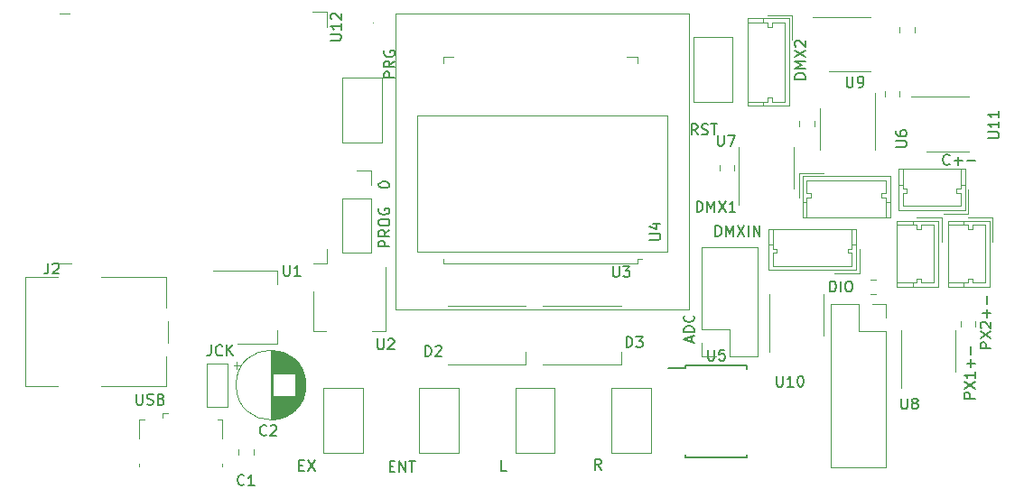
<source format=gbr>
G04 #@! TF.GenerationSoftware,KiCad,Pcbnew,(5.1.4-0-10_14)*
G04 #@! TF.CreationDate,2020-03-14T09:23:35+01:00*
G04 #@! TF.ProjectId,ArtnetNode,4172746e-6574-44e6-9f64-652e6b696361,rev?*
G04 #@! TF.SameCoordinates,Original*
G04 #@! TF.FileFunction,Legend,Top*
G04 #@! TF.FilePolarity,Positive*
%FSLAX46Y46*%
G04 Gerber Fmt 4.6, Leading zero omitted, Abs format (unit mm)*
G04 Created by KiCad (PCBNEW (5.1.4-0-10_14)) date 2020-03-14 09:23:35*
%MOMM*%
%LPD*%
G04 APERTURE LIST*
%ADD10C,0.120000*%
%ADD11C,0.150000*%
%ADD12C,0.100000*%
G04 APERTURE END LIST*
D10*
X227600000Y-105810000D02*
X225740000Y-105810000D01*
X227600000Y-105410000D02*
X227600000Y-105810000D01*
X228000000Y-105410000D02*
X227600000Y-105410000D01*
X228000000Y-105810000D02*
X228000000Y-105410000D01*
X229210000Y-105810000D02*
X228000000Y-105810000D01*
X229210000Y-103100000D02*
X229210000Y-105810000D01*
X227600000Y-100390000D02*
X225740000Y-100390000D01*
X227600000Y-100790000D02*
X227600000Y-100390000D01*
X228000000Y-100790000D02*
X227600000Y-100790000D01*
X228000000Y-100390000D02*
X228000000Y-100790000D01*
X229210000Y-100390000D02*
X228000000Y-100390000D01*
X229210000Y-103100000D02*
X229210000Y-100390000D01*
X227200000Y-106210000D02*
X227200000Y-105810000D01*
X227200000Y-99990000D02*
X227200000Y-100390000D01*
X229910000Y-99690000D02*
X227610000Y-99690000D01*
X229910000Y-101990000D02*
X229910000Y-99690000D01*
X229610000Y-106210000D02*
X229610000Y-99990000D01*
X225740000Y-106210000D02*
X229610000Y-106210000D01*
X225740000Y-99990000D02*
X225740000Y-106210000D01*
X229610000Y-99990000D02*
X225740000Y-99990000D01*
X221490000Y-97000000D02*
X221490000Y-95140000D01*
X221890000Y-97000000D02*
X221490000Y-97000000D01*
X221890000Y-97400000D02*
X221890000Y-97000000D01*
X221490000Y-97400000D02*
X221890000Y-97400000D01*
X221490000Y-98610000D02*
X221490000Y-97400000D01*
X224200000Y-98610000D02*
X221490000Y-98610000D01*
X226910000Y-97000000D02*
X226910000Y-95140000D01*
X226510000Y-97000000D02*
X226910000Y-97000000D01*
X226510000Y-97400000D02*
X226510000Y-97000000D01*
X226910000Y-97400000D02*
X226510000Y-97400000D01*
X226910000Y-98610000D02*
X226910000Y-97400000D01*
X224200000Y-98610000D02*
X226910000Y-98610000D01*
X221090000Y-96600000D02*
X221490000Y-96600000D01*
X227310000Y-96600000D02*
X226910000Y-96600000D01*
X227610000Y-99310000D02*
X227610000Y-97010000D01*
X225310000Y-99310000D02*
X227610000Y-99310000D01*
X221090000Y-99010000D02*
X227310000Y-99010000D01*
X221090000Y-95140000D02*
X221090000Y-99010000D01*
X227310000Y-95140000D02*
X221090000Y-95140000D01*
X227310000Y-99010000D02*
X227310000Y-95140000D01*
X222800000Y-105810000D02*
X220940000Y-105810000D01*
X222800000Y-105410000D02*
X222800000Y-105810000D01*
X223200000Y-105410000D02*
X222800000Y-105410000D01*
X223200000Y-105810000D02*
X223200000Y-105410000D01*
X224410000Y-105810000D02*
X223200000Y-105810000D01*
X224410000Y-103100000D02*
X224410000Y-105810000D01*
X222800000Y-100390000D02*
X220940000Y-100390000D01*
X222800000Y-100790000D02*
X222800000Y-100390000D01*
X223200000Y-100790000D02*
X222800000Y-100790000D01*
X223200000Y-100390000D02*
X223200000Y-100790000D01*
X224410000Y-100390000D02*
X223200000Y-100390000D01*
X224410000Y-103100000D02*
X224410000Y-100390000D01*
X222400000Y-106210000D02*
X222400000Y-105810000D01*
X222400000Y-99990000D02*
X222400000Y-100390000D01*
X225110000Y-99690000D02*
X222810000Y-99690000D01*
X225110000Y-101990000D02*
X225110000Y-99690000D01*
X224810000Y-106210000D02*
X224810000Y-99990000D01*
X220940000Y-106210000D02*
X224810000Y-106210000D01*
X220940000Y-99990000D02*
X220940000Y-106210000D01*
X224810000Y-99990000D02*
X220940000Y-99990000D01*
X209290000Y-102600000D02*
X209290000Y-100740000D01*
X209690000Y-102600000D02*
X209290000Y-102600000D01*
X209690000Y-103000000D02*
X209690000Y-102600000D01*
X209290000Y-103000000D02*
X209690000Y-103000000D01*
X209290000Y-104210000D02*
X209290000Y-103000000D01*
X213000000Y-104210000D02*
X209290000Y-104210000D01*
X216710000Y-102600000D02*
X216710000Y-100740000D01*
X216310000Y-102600000D02*
X216710000Y-102600000D01*
X216310000Y-103000000D02*
X216310000Y-102600000D01*
X216710000Y-103000000D02*
X216310000Y-103000000D01*
X216710000Y-104210000D02*
X216710000Y-103000000D01*
X213000000Y-104210000D02*
X216710000Y-104210000D01*
X208890000Y-102200000D02*
X209290000Y-102200000D01*
X217110000Y-102200000D02*
X216710000Y-102200000D01*
X217410000Y-104910000D02*
X217410000Y-102610000D01*
X215110000Y-104910000D02*
X217410000Y-104910000D01*
X208890000Y-104610000D02*
X217110000Y-104610000D01*
X208890000Y-100740000D02*
X208890000Y-104610000D01*
X217110000Y-100740000D02*
X208890000Y-100740000D01*
X217110000Y-104610000D02*
X217110000Y-100740000D01*
X219910000Y-97800000D02*
X219910000Y-99660000D01*
X219510000Y-97800000D02*
X219910000Y-97800000D01*
X219510000Y-97400000D02*
X219510000Y-97800000D01*
X219910000Y-97400000D02*
X219510000Y-97400000D01*
X219910000Y-96190000D02*
X219910000Y-97400000D01*
X216200000Y-96190000D02*
X219910000Y-96190000D01*
X212490000Y-97800000D02*
X212490000Y-99660000D01*
X212890000Y-97800000D02*
X212490000Y-97800000D01*
X212890000Y-97400000D02*
X212890000Y-97800000D01*
X212490000Y-97400000D02*
X212890000Y-97400000D01*
X212490000Y-96190000D02*
X212490000Y-97400000D01*
X216200000Y-96190000D02*
X212490000Y-96190000D01*
X220310000Y-98200000D02*
X219910000Y-98200000D01*
X212090000Y-98200000D02*
X212490000Y-98200000D01*
X211790000Y-95490000D02*
X211790000Y-97790000D01*
X214090000Y-95490000D02*
X211790000Y-95490000D01*
X220310000Y-95790000D02*
X212090000Y-95790000D01*
X220310000Y-99660000D02*
X220310000Y-95790000D01*
X212090000Y-99660000D02*
X220310000Y-99660000D01*
X212090000Y-95790000D02*
X212090000Y-99660000D01*
X208800000Y-88810000D02*
X206940000Y-88810000D01*
X208800000Y-88410000D02*
X208800000Y-88810000D01*
X209200000Y-88410000D02*
X208800000Y-88410000D01*
X209200000Y-88810000D02*
X209200000Y-88410000D01*
X210410000Y-88810000D02*
X209200000Y-88810000D01*
X210410000Y-85100000D02*
X210410000Y-88810000D01*
X208800000Y-81390000D02*
X206940000Y-81390000D01*
X208800000Y-81790000D02*
X208800000Y-81390000D01*
X209200000Y-81790000D02*
X208800000Y-81790000D01*
X209200000Y-81390000D02*
X209200000Y-81790000D01*
X210410000Y-81390000D02*
X209200000Y-81390000D01*
X210410000Y-85100000D02*
X210410000Y-81390000D01*
X208400000Y-89210000D02*
X208400000Y-88810000D01*
X208400000Y-80990000D02*
X208400000Y-81390000D01*
X211110000Y-80690000D02*
X208810000Y-80690000D01*
X211110000Y-82990000D02*
X211110000Y-80690000D01*
X210810000Y-89210000D02*
X210810000Y-80990000D01*
X206940000Y-89210000D02*
X210810000Y-89210000D01*
X206940000Y-80990000D02*
X206940000Y-89210000D01*
X210810000Y-80990000D02*
X206940000Y-80990000D01*
X142400000Y-80500000D02*
X143400000Y-80500000D01*
X167500000Y-80400000D02*
X166100000Y-80400000D01*
X167500000Y-80400000D02*
X167500000Y-81800000D01*
X167500000Y-104000000D02*
X167500000Y-102600000D01*
X166200000Y-104000000D02*
X167500000Y-104000000D01*
X142400000Y-104000000D02*
X143500000Y-104000000D01*
X195070000Y-113450000D02*
X195070000Y-112300000D01*
X187770000Y-113450000D02*
X195070000Y-113450000D01*
X187770000Y-107950000D02*
X195070000Y-107950000D01*
X186100000Y-113450000D02*
X186100000Y-112300000D01*
X178800000Y-113450000D02*
X186100000Y-113450000D01*
X178800000Y-107950000D02*
X186100000Y-107950000D01*
X194150000Y-115640000D02*
X197850000Y-115640000D01*
X194150000Y-121760000D02*
X194150000Y-115640000D01*
X197850000Y-121760000D02*
X194150000Y-121760000D01*
X197850000Y-115640000D02*
X197850000Y-121760000D01*
X159064759Y-113246000D02*
X159064759Y-113876000D01*
X158749759Y-113561000D02*
X159379759Y-113561000D01*
X165491000Y-114998000D02*
X165491000Y-115802000D01*
X165451000Y-114767000D02*
X165451000Y-116033000D01*
X165411000Y-114598000D02*
X165411000Y-116202000D01*
X165371000Y-114460000D02*
X165371000Y-116340000D01*
X165331000Y-114341000D02*
X165331000Y-116459000D01*
X165291000Y-114235000D02*
X165291000Y-116565000D01*
X165251000Y-114138000D02*
X165251000Y-116662000D01*
X165211000Y-114050000D02*
X165211000Y-116750000D01*
X165171000Y-113968000D02*
X165171000Y-116832000D01*
X165131000Y-113891000D02*
X165131000Y-116909000D01*
X165091000Y-113819000D02*
X165091000Y-116981000D01*
X165051000Y-113750000D02*
X165051000Y-117050000D01*
X165011000Y-113686000D02*
X165011000Y-117114000D01*
X164971000Y-113624000D02*
X164971000Y-117176000D01*
X164931000Y-113566000D02*
X164931000Y-117234000D01*
X164891000Y-113510000D02*
X164891000Y-117290000D01*
X164851000Y-113456000D02*
X164851000Y-117344000D01*
X164811000Y-113405000D02*
X164811000Y-117395000D01*
X164771000Y-113356000D02*
X164771000Y-117444000D01*
X164731000Y-113308000D02*
X164731000Y-117492000D01*
X164691000Y-113263000D02*
X164691000Y-117537000D01*
X164651000Y-113218000D02*
X164651000Y-117582000D01*
X164611000Y-113176000D02*
X164611000Y-117624000D01*
X164571000Y-113135000D02*
X164571000Y-117665000D01*
X164531000Y-116440000D02*
X164531000Y-117705000D01*
X164531000Y-113095000D02*
X164531000Y-114360000D01*
X164491000Y-116440000D02*
X164491000Y-117743000D01*
X164491000Y-113057000D02*
X164491000Y-114360000D01*
X164451000Y-116440000D02*
X164451000Y-117780000D01*
X164451000Y-113020000D02*
X164451000Y-114360000D01*
X164411000Y-116440000D02*
X164411000Y-117816000D01*
X164411000Y-112984000D02*
X164411000Y-114360000D01*
X164371000Y-116440000D02*
X164371000Y-117850000D01*
X164371000Y-112950000D02*
X164371000Y-114360000D01*
X164331000Y-116440000D02*
X164331000Y-117884000D01*
X164331000Y-112916000D02*
X164331000Y-114360000D01*
X164291000Y-116440000D02*
X164291000Y-117916000D01*
X164291000Y-112884000D02*
X164291000Y-114360000D01*
X164251000Y-116440000D02*
X164251000Y-117948000D01*
X164251000Y-112852000D02*
X164251000Y-114360000D01*
X164211000Y-116440000D02*
X164211000Y-117978000D01*
X164211000Y-112822000D02*
X164211000Y-114360000D01*
X164171000Y-116440000D02*
X164171000Y-118007000D01*
X164171000Y-112793000D02*
X164171000Y-114360000D01*
X164131000Y-116440000D02*
X164131000Y-118036000D01*
X164131000Y-112764000D02*
X164131000Y-114360000D01*
X164091000Y-116440000D02*
X164091000Y-118064000D01*
X164091000Y-112736000D02*
X164091000Y-114360000D01*
X164051000Y-116440000D02*
X164051000Y-118090000D01*
X164051000Y-112710000D02*
X164051000Y-114360000D01*
X164011000Y-116440000D02*
X164011000Y-118116000D01*
X164011000Y-112684000D02*
X164011000Y-114360000D01*
X163971000Y-116440000D02*
X163971000Y-118142000D01*
X163971000Y-112658000D02*
X163971000Y-114360000D01*
X163931000Y-116440000D02*
X163931000Y-118166000D01*
X163931000Y-112634000D02*
X163931000Y-114360000D01*
X163891000Y-116440000D02*
X163891000Y-118190000D01*
X163891000Y-112610000D02*
X163891000Y-114360000D01*
X163851000Y-116440000D02*
X163851000Y-118212000D01*
X163851000Y-112588000D02*
X163851000Y-114360000D01*
X163811000Y-116440000D02*
X163811000Y-118234000D01*
X163811000Y-112566000D02*
X163811000Y-114360000D01*
X163771000Y-116440000D02*
X163771000Y-118256000D01*
X163771000Y-112544000D02*
X163771000Y-114360000D01*
X163731000Y-116440000D02*
X163731000Y-118276000D01*
X163731000Y-112524000D02*
X163731000Y-114360000D01*
X163691000Y-116440000D02*
X163691000Y-118296000D01*
X163691000Y-112504000D02*
X163691000Y-114360000D01*
X163651000Y-116440000D02*
X163651000Y-118316000D01*
X163651000Y-112484000D02*
X163651000Y-114360000D01*
X163611000Y-116440000D02*
X163611000Y-118334000D01*
X163611000Y-112466000D02*
X163611000Y-114360000D01*
X163571000Y-116440000D02*
X163571000Y-118352000D01*
X163571000Y-112448000D02*
X163571000Y-114360000D01*
X163531000Y-116440000D02*
X163531000Y-118370000D01*
X163531000Y-112430000D02*
X163531000Y-114360000D01*
X163491000Y-116440000D02*
X163491000Y-118386000D01*
X163491000Y-112414000D02*
X163491000Y-114360000D01*
X163451000Y-116440000D02*
X163451000Y-118402000D01*
X163451000Y-112398000D02*
X163451000Y-114360000D01*
X163411000Y-116440000D02*
X163411000Y-118418000D01*
X163411000Y-112382000D02*
X163411000Y-114360000D01*
X163371000Y-116440000D02*
X163371000Y-118433000D01*
X163371000Y-112367000D02*
X163371000Y-114360000D01*
X163331000Y-116440000D02*
X163331000Y-118447000D01*
X163331000Y-112353000D02*
X163331000Y-114360000D01*
X163291000Y-116440000D02*
X163291000Y-118461000D01*
X163291000Y-112339000D02*
X163291000Y-114360000D01*
X163251000Y-116440000D02*
X163251000Y-118474000D01*
X163251000Y-112326000D02*
X163251000Y-114360000D01*
X163211000Y-116440000D02*
X163211000Y-118486000D01*
X163211000Y-112314000D02*
X163211000Y-114360000D01*
X163171000Y-116440000D02*
X163171000Y-118498000D01*
X163171000Y-112302000D02*
X163171000Y-114360000D01*
X163131000Y-116440000D02*
X163131000Y-118510000D01*
X163131000Y-112290000D02*
X163131000Y-114360000D01*
X163091000Y-116440000D02*
X163091000Y-118521000D01*
X163091000Y-112279000D02*
X163091000Y-114360000D01*
X163051000Y-116440000D02*
X163051000Y-118531000D01*
X163051000Y-112269000D02*
X163051000Y-114360000D01*
X163011000Y-116440000D02*
X163011000Y-118541000D01*
X163011000Y-112259000D02*
X163011000Y-114360000D01*
X162971000Y-116440000D02*
X162971000Y-118550000D01*
X162971000Y-112250000D02*
X162971000Y-114360000D01*
X162930000Y-116440000D02*
X162930000Y-118559000D01*
X162930000Y-112241000D02*
X162930000Y-114360000D01*
X162890000Y-116440000D02*
X162890000Y-118567000D01*
X162890000Y-112233000D02*
X162890000Y-114360000D01*
X162850000Y-116440000D02*
X162850000Y-118575000D01*
X162850000Y-112225000D02*
X162850000Y-114360000D01*
X162810000Y-116440000D02*
X162810000Y-118582000D01*
X162810000Y-112218000D02*
X162810000Y-114360000D01*
X162770000Y-116440000D02*
X162770000Y-118589000D01*
X162770000Y-112211000D02*
X162770000Y-114360000D01*
X162730000Y-116440000D02*
X162730000Y-118595000D01*
X162730000Y-112205000D02*
X162730000Y-114360000D01*
X162690000Y-116440000D02*
X162690000Y-118601000D01*
X162690000Y-112199000D02*
X162690000Y-114360000D01*
X162650000Y-116440000D02*
X162650000Y-118606000D01*
X162650000Y-112194000D02*
X162650000Y-114360000D01*
X162610000Y-116440000D02*
X162610000Y-118611000D01*
X162610000Y-112189000D02*
X162610000Y-114360000D01*
X162570000Y-116440000D02*
X162570000Y-118615000D01*
X162570000Y-112185000D02*
X162570000Y-114360000D01*
X162530000Y-116440000D02*
X162530000Y-118618000D01*
X162530000Y-112182000D02*
X162530000Y-114360000D01*
X162490000Y-116440000D02*
X162490000Y-118622000D01*
X162490000Y-112178000D02*
X162490000Y-114360000D01*
X162450000Y-112176000D02*
X162450000Y-118624000D01*
X162410000Y-112173000D02*
X162410000Y-118627000D01*
X162370000Y-112172000D02*
X162370000Y-118628000D01*
X162330000Y-112170000D02*
X162330000Y-118630000D01*
X162290000Y-112170000D02*
X162290000Y-118630000D01*
X162250000Y-112170000D02*
X162250000Y-118630000D01*
X165520000Y-115400000D02*
G75*
G03X165520000Y-115400000I-3270000J0D01*
G01*
X218600000Y-107770000D02*
X219930000Y-107770000D01*
X219930000Y-107770000D02*
X219930000Y-109100000D01*
X217330000Y-107770000D02*
X217330000Y-110370000D01*
X217330000Y-110370000D02*
X219930000Y-110370000D01*
X219930000Y-110370000D02*
X219930000Y-123130000D01*
X214730000Y-123130000D02*
X219930000Y-123130000D01*
X214730000Y-107770000D02*
X214730000Y-123130000D01*
X214730000Y-107770000D02*
X217330000Y-107770000D01*
X204000000Y-112750000D02*
X202670000Y-112750000D01*
X202670000Y-112750000D02*
X202670000Y-111420000D01*
X205270000Y-112750000D02*
X205270000Y-110150000D01*
X205270000Y-110150000D02*
X202670000Y-110150000D01*
X202670000Y-110150000D02*
X202670000Y-102470000D01*
X207870000Y-102470000D02*
X202670000Y-102470000D01*
X207870000Y-112750000D02*
X207870000Y-102470000D01*
X207870000Y-112750000D02*
X205270000Y-112750000D01*
X158200000Y-113350000D02*
X158200000Y-117450000D01*
X158200000Y-117450000D02*
X156200000Y-117450000D01*
X156200000Y-117450000D02*
X156200000Y-113350000D01*
X156200000Y-113350000D02*
X158200000Y-113350000D01*
X170300000Y-95270000D02*
X171630000Y-95270000D01*
X171630000Y-95270000D02*
X171630000Y-96600000D01*
X171630000Y-97870000D02*
X171630000Y-103010000D01*
X168970000Y-103010000D02*
X171630000Y-103010000D01*
X168970000Y-97870000D02*
X168970000Y-103010000D01*
X168970000Y-97870000D02*
X171630000Y-97870000D01*
X225700000Y-88340000D02*
X222250000Y-88340000D01*
X225700000Y-88340000D02*
X227650000Y-88340000D01*
X225700000Y-93460000D02*
X223750000Y-93460000D01*
X225700000Y-93460000D02*
X227650000Y-93460000D01*
X208940000Y-108800000D02*
X208940000Y-112250000D01*
X208940000Y-108800000D02*
X208940000Y-106850000D01*
X214060000Y-108800000D02*
X214060000Y-110750000D01*
X214060000Y-108800000D02*
X214060000Y-106850000D01*
X216500000Y-80840000D02*
X213050000Y-80840000D01*
X216500000Y-80840000D02*
X218450000Y-80840000D01*
X216500000Y-85960000D02*
X214550000Y-85960000D01*
X216500000Y-85960000D02*
X218450000Y-85960000D01*
X221340000Y-112200000D02*
X221340000Y-115650000D01*
X221340000Y-112200000D02*
X221340000Y-110250000D01*
X226460000Y-112200000D02*
X226460000Y-114150000D01*
X226460000Y-112200000D02*
X226460000Y-110250000D01*
X206140000Y-95020000D02*
X206140000Y-98470000D01*
X206140000Y-95020000D02*
X206140000Y-93070000D01*
X211260000Y-95020000D02*
X211260000Y-96970000D01*
X211260000Y-95020000D02*
X211260000Y-93070000D01*
X218860000Y-91400000D02*
X218860000Y-87950000D01*
X218860000Y-91400000D02*
X218860000Y-93350000D01*
X213740000Y-91400000D02*
X213740000Y-89450000D01*
X213740000Y-91400000D02*
X213740000Y-93350000D01*
D11*
X201125000Y-113800000D02*
X199525000Y-113800000D01*
X201125000Y-122225000D02*
X206875000Y-122225000D01*
X201125000Y-113575000D02*
X206875000Y-113575000D01*
X201125000Y-122225000D02*
X201125000Y-121925000D01*
X206875000Y-122225000D02*
X206875000Y-121925000D01*
X206875000Y-113575000D02*
X206875000Y-113875000D01*
X201125000Y-113575000D02*
X201125000Y-113800000D01*
D10*
X173950000Y-80500000D02*
X173950000Y-108300000D01*
X201450000Y-108300000D02*
X201450000Y-80500000D01*
X201450000Y-80500000D02*
X173950000Y-80500000D01*
X201450000Y-108300000D02*
X173950000Y-108300000D01*
X175950000Y-90066000D02*
X175950000Y-102930000D01*
X199450000Y-90066000D02*
X175950000Y-90066000D01*
X199450000Y-102930000D02*
X199450000Y-90066000D01*
X199450000Y-102930000D02*
X175950000Y-102930000D01*
X196620000Y-103600000D02*
X197000000Y-103600000D01*
X196620000Y-104020000D02*
X196620000Y-103600000D01*
X178380000Y-104020000D02*
X178380000Y-103600000D01*
X196620000Y-104020000D02*
X178380000Y-104020000D01*
X178380000Y-84580000D02*
X179380000Y-84580000D01*
X178380000Y-85200000D02*
X178380000Y-84580000D01*
X196620000Y-84580000D02*
X195620000Y-84580000D01*
X196620000Y-85200000D02*
X196620000Y-84580000D01*
X173010000Y-104350000D02*
X173010000Y-110360000D01*
X166190000Y-106600000D02*
X166190000Y-110360000D01*
X173010000Y-110360000D02*
X171750000Y-110360000D01*
X166190000Y-110360000D02*
X167450000Y-110360000D01*
X156850000Y-104690000D02*
X162860000Y-104690000D01*
X159100000Y-111510000D02*
X162860000Y-111510000D01*
X162860000Y-104690000D02*
X162860000Y-105950000D01*
X162860000Y-111510000D02*
X162860000Y-110250000D01*
X176150000Y-115640000D02*
X179850000Y-115640000D01*
X176150000Y-121760000D02*
X176150000Y-115640000D01*
X179850000Y-121760000D02*
X176150000Y-121760000D01*
X179850000Y-115640000D02*
X179850000Y-121760000D01*
X185150000Y-115640000D02*
X188850000Y-115640000D01*
X185150000Y-121760000D02*
X185150000Y-115640000D01*
X188850000Y-121760000D02*
X185150000Y-121760000D01*
X188850000Y-115640000D02*
X188850000Y-121760000D01*
X167150000Y-115640000D02*
X170850000Y-115640000D01*
X167150000Y-121760000D02*
X167150000Y-115640000D01*
X170850000Y-121760000D02*
X167150000Y-121760000D01*
X170850000Y-115640000D02*
X170850000Y-121760000D01*
X168950000Y-86540000D02*
X172650000Y-86540000D01*
X168950000Y-92660000D02*
X168950000Y-86540000D01*
X172650000Y-92660000D02*
X168950000Y-92660000D01*
X172650000Y-86540000D02*
X172650000Y-92660000D01*
X201850000Y-82740000D02*
X205550000Y-82740000D01*
X201850000Y-88860000D02*
X201850000Y-82740000D01*
X205550000Y-88860000D02*
X201850000Y-88860000D01*
X205550000Y-82740000D02*
X205550000Y-88860000D01*
X152600000Y-109400000D02*
X152600000Y-111400000D01*
X139190000Y-105290000D02*
X142250000Y-105290000D01*
X139190000Y-115510000D02*
X139190000Y-105290000D01*
X142250000Y-115510000D02*
X139190000Y-115510000D01*
X152410000Y-115510000D02*
X146350000Y-115510000D01*
X152410000Y-112700000D02*
X152410000Y-115510000D01*
X152410000Y-105290000D02*
X152410000Y-108100000D01*
X146350000Y-105290000D02*
X152410000Y-105290000D01*
X152100000Y-118050000D02*
X152100000Y-118500000D01*
X152100000Y-118050000D02*
X152550000Y-118050000D01*
X157700000Y-118600000D02*
X157250000Y-118600000D01*
X157700000Y-120450000D02*
X157700000Y-118600000D01*
X149900000Y-123000000D02*
X149900000Y-122750000D01*
X157700000Y-123000000D02*
X157700000Y-122750000D01*
X149900000Y-120450000D02*
X149900000Y-118600000D01*
X149900000Y-118600000D02*
X150350000Y-118600000D01*
D12*
X171910000Y-81400000D02*
G75*
G03X171910000Y-81400000I-50000J0D01*
G01*
D10*
X221210000Y-88321078D02*
X221210000Y-87803922D01*
X219790000Y-88321078D02*
X219790000Y-87803922D01*
X221190000Y-81841422D02*
X221190000Y-82358578D01*
X222610000Y-81841422D02*
X222610000Y-82358578D01*
X228310000Y-109958578D02*
X228310000Y-109441422D01*
X226890000Y-109958578D02*
X226890000Y-109441422D01*
X218441422Y-106910000D02*
X218958578Y-106910000D01*
X218441422Y-105490000D02*
X218958578Y-105490000D01*
X204290000Y-94778922D02*
X204290000Y-95296078D01*
X205710000Y-94778922D02*
X205710000Y-95296078D01*
X213210000Y-91158578D02*
X213210000Y-90641422D01*
X211790000Y-91158578D02*
X211790000Y-90641422D01*
X159190000Y-121441422D02*
X159190000Y-121958578D01*
X160610000Y-121441422D02*
X160610000Y-121958578D01*
D11*
X229752380Y-111952380D02*
X228752380Y-111952380D01*
X228752380Y-111571428D01*
X228800000Y-111476190D01*
X228847619Y-111428571D01*
X228942857Y-111380952D01*
X229085714Y-111380952D01*
X229180952Y-111428571D01*
X229228571Y-111476190D01*
X229276190Y-111571428D01*
X229276190Y-111952380D01*
X228752380Y-111047619D02*
X229752380Y-110380952D01*
X228752380Y-110380952D02*
X229752380Y-111047619D01*
X228847619Y-110047619D02*
X228800000Y-110000000D01*
X228752380Y-109904761D01*
X228752380Y-109666666D01*
X228800000Y-109571428D01*
X228847619Y-109523809D01*
X228942857Y-109476190D01*
X229038095Y-109476190D01*
X229180952Y-109523809D01*
X229752380Y-110095238D01*
X229752380Y-109476190D01*
X229371428Y-109047619D02*
X229371428Y-108285714D01*
X229752380Y-108666666D02*
X228990476Y-108666666D01*
X229371428Y-107809523D02*
X229371428Y-107047619D01*
X225871428Y-94657142D02*
X225823809Y-94704761D01*
X225680952Y-94752380D01*
X225585714Y-94752380D01*
X225442857Y-94704761D01*
X225347619Y-94609523D01*
X225300000Y-94514285D01*
X225252380Y-94323809D01*
X225252380Y-94180952D01*
X225300000Y-93990476D01*
X225347619Y-93895238D01*
X225442857Y-93800000D01*
X225585714Y-93752380D01*
X225680952Y-93752380D01*
X225823809Y-93800000D01*
X225871428Y-93847619D01*
X226300000Y-94371428D02*
X227061904Y-94371428D01*
X226680952Y-94752380D02*
X226680952Y-93990476D01*
X227538095Y-94371428D02*
X228300000Y-94371428D01*
X228252380Y-116652380D02*
X227252380Y-116652380D01*
X227252380Y-116271428D01*
X227300000Y-116176190D01*
X227347619Y-116128571D01*
X227442857Y-116080952D01*
X227585714Y-116080952D01*
X227680952Y-116128571D01*
X227728571Y-116176190D01*
X227776190Y-116271428D01*
X227776190Y-116652380D01*
X227252380Y-115747619D02*
X228252380Y-115080952D01*
X227252380Y-115080952D02*
X228252380Y-115747619D01*
X228252380Y-114176190D02*
X228252380Y-114747619D01*
X228252380Y-114461904D02*
X227252380Y-114461904D01*
X227395238Y-114557142D01*
X227490476Y-114652380D01*
X227538095Y-114747619D01*
X227871428Y-113747619D02*
X227871428Y-112985714D01*
X228252380Y-113366666D02*
X227490476Y-113366666D01*
X227871428Y-112509523D02*
X227871428Y-111747619D01*
X203928571Y-101452380D02*
X203928571Y-100452380D01*
X204166666Y-100452380D01*
X204309523Y-100500000D01*
X204404761Y-100595238D01*
X204452380Y-100690476D01*
X204500000Y-100880952D01*
X204500000Y-101023809D01*
X204452380Y-101214285D01*
X204404761Y-101309523D01*
X204309523Y-101404761D01*
X204166666Y-101452380D01*
X203928571Y-101452380D01*
X204928571Y-101452380D02*
X204928571Y-100452380D01*
X205261904Y-101166666D01*
X205595238Y-100452380D01*
X205595238Y-101452380D01*
X205976190Y-100452380D02*
X206642857Y-101452380D01*
X206642857Y-100452380D02*
X205976190Y-101452380D01*
X207023809Y-101452380D02*
X207023809Y-100452380D01*
X207500000Y-101452380D02*
X207500000Y-100452380D01*
X208071428Y-101452380D01*
X208071428Y-100452380D01*
X202164285Y-99152380D02*
X202164285Y-98152380D01*
X202402380Y-98152380D01*
X202545238Y-98200000D01*
X202640476Y-98295238D01*
X202688095Y-98390476D01*
X202735714Y-98580952D01*
X202735714Y-98723809D01*
X202688095Y-98914285D01*
X202640476Y-99009523D01*
X202545238Y-99104761D01*
X202402380Y-99152380D01*
X202164285Y-99152380D01*
X203164285Y-99152380D02*
X203164285Y-98152380D01*
X203497619Y-98866666D01*
X203830952Y-98152380D01*
X203830952Y-99152380D01*
X204211904Y-98152380D02*
X204878571Y-99152380D01*
X204878571Y-98152380D02*
X204211904Y-99152380D01*
X205783333Y-99152380D02*
X205211904Y-99152380D01*
X205497619Y-99152380D02*
X205497619Y-98152380D01*
X205402380Y-98295238D01*
X205307142Y-98390476D01*
X205211904Y-98438095D01*
X212352380Y-86685714D02*
X211352380Y-86685714D01*
X211352380Y-86447619D01*
X211400000Y-86304761D01*
X211495238Y-86209523D01*
X211590476Y-86161904D01*
X211780952Y-86114285D01*
X211923809Y-86114285D01*
X212114285Y-86161904D01*
X212209523Y-86209523D01*
X212304761Y-86304761D01*
X212352380Y-86447619D01*
X212352380Y-86685714D01*
X212352380Y-85685714D02*
X211352380Y-85685714D01*
X212066666Y-85352380D01*
X211352380Y-85019047D01*
X212352380Y-85019047D01*
X211352380Y-84638095D02*
X212352380Y-83971428D01*
X211352380Y-83971428D02*
X212352380Y-84638095D01*
X211447619Y-83638095D02*
X211400000Y-83590476D01*
X211352380Y-83495238D01*
X211352380Y-83257142D01*
X211400000Y-83161904D01*
X211447619Y-83114285D01*
X211542857Y-83066666D01*
X211638095Y-83066666D01*
X211780952Y-83114285D01*
X212352380Y-83685714D01*
X212352380Y-83066666D01*
X167852380Y-83038095D02*
X168661904Y-83038095D01*
X168757142Y-82990476D01*
X168804761Y-82942857D01*
X168852380Y-82847619D01*
X168852380Y-82657142D01*
X168804761Y-82561904D01*
X168757142Y-82514285D01*
X168661904Y-82466666D01*
X167852380Y-82466666D01*
X168852380Y-81466666D02*
X168852380Y-82038095D01*
X168852380Y-81752380D02*
X167852380Y-81752380D01*
X167995238Y-81847619D01*
X168090476Y-81942857D01*
X168138095Y-82038095D01*
X167947619Y-81085714D02*
X167900000Y-81038095D01*
X167852380Y-80942857D01*
X167852380Y-80704761D01*
X167900000Y-80609523D01*
X167947619Y-80561904D01*
X168042857Y-80514285D01*
X168138095Y-80514285D01*
X168280952Y-80561904D01*
X168852380Y-81133333D01*
X168852380Y-80514285D01*
X195561904Y-111852380D02*
X195561904Y-110852380D01*
X195800000Y-110852380D01*
X195942857Y-110900000D01*
X196038095Y-110995238D01*
X196085714Y-111090476D01*
X196133333Y-111280952D01*
X196133333Y-111423809D01*
X196085714Y-111614285D01*
X196038095Y-111709523D01*
X195942857Y-111804761D01*
X195800000Y-111852380D01*
X195561904Y-111852380D01*
X196466666Y-110852380D02*
X197085714Y-110852380D01*
X196752380Y-111233333D01*
X196895238Y-111233333D01*
X196990476Y-111280952D01*
X197038095Y-111328571D01*
X197085714Y-111423809D01*
X197085714Y-111661904D01*
X197038095Y-111757142D01*
X196990476Y-111804761D01*
X196895238Y-111852380D01*
X196609523Y-111852380D01*
X196514285Y-111804761D01*
X196466666Y-111757142D01*
X176711904Y-112702380D02*
X176711904Y-111702380D01*
X176950000Y-111702380D01*
X177092857Y-111750000D01*
X177188095Y-111845238D01*
X177235714Y-111940476D01*
X177283333Y-112130952D01*
X177283333Y-112273809D01*
X177235714Y-112464285D01*
X177188095Y-112559523D01*
X177092857Y-112654761D01*
X176950000Y-112702380D01*
X176711904Y-112702380D01*
X177664285Y-111797619D02*
X177711904Y-111750000D01*
X177807142Y-111702380D01*
X178045238Y-111702380D01*
X178140476Y-111750000D01*
X178188095Y-111797619D01*
X178235714Y-111892857D01*
X178235714Y-111988095D01*
X178188095Y-112130952D01*
X177616666Y-112702380D01*
X178235714Y-112702380D01*
X193209523Y-123352380D02*
X192876190Y-122876190D01*
X192638095Y-123352380D02*
X192638095Y-122352380D01*
X193019047Y-122352380D01*
X193114285Y-122400000D01*
X193161904Y-122447619D01*
X193209523Y-122542857D01*
X193209523Y-122685714D01*
X193161904Y-122780952D01*
X193114285Y-122828571D01*
X193019047Y-122876190D01*
X192638095Y-122876190D01*
X161833333Y-120057142D02*
X161785714Y-120104761D01*
X161642857Y-120152380D01*
X161547619Y-120152380D01*
X161404761Y-120104761D01*
X161309523Y-120009523D01*
X161261904Y-119914285D01*
X161214285Y-119723809D01*
X161214285Y-119580952D01*
X161261904Y-119390476D01*
X161309523Y-119295238D01*
X161404761Y-119200000D01*
X161547619Y-119152380D01*
X161642857Y-119152380D01*
X161785714Y-119200000D01*
X161833333Y-119247619D01*
X162214285Y-119247619D02*
X162261904Y-119200000D01*
X162357142Y-119152380D01*
X162595238Y-119152380D01*
X162690476Y-119200000D01*
X162738095Y-119247619D01*
X162785714Y-119342857D01*
X162785714Y-119438095D01*
X162738095Y-119580952D01*
X162166666Y-120152380D01*
X162785714Y-120152380D01*
X214676190Y-106652380D02*
X214676190Y-105652380D01*
X214914285Y-105652380D01*
X215057142Y-105700000D01*
X215152380Y-105795238D01*
X215200000Y-105890476D01*
X215247619Y-106080952D01*
X215247619Y-106223809D01*
X215200000Y-106414285D01*
X215152380Y-106509523D01*
X215057142Y-106604761D01*
X214914285Y-106652380D01*
X214676190Y-106652380D01*
X215676190Y-106652380D02*
X215676190Y-105652380D01*
X216342857Y-105652380D02*
X216533333Y-105652380D01*
X216628571Y-105700000D01*
X216723809Y-105795238D01*
X216771428Y-105985714D01*
X216771428Y-106319047D01*
X216723809Y-106509523D01*
X216628571Y-106604761D01*
X216533333Y-106652380D01*
X216342857Y-106652380D01*
X216247619Y-106604761D01*
X216152380Y-106509523D01*
X216104761Y-106319047D01*
X216104761Y-105985714D01*
X216152380Y-105795238D01*
X216247619Y-105700000D01*
X216342857Y-105652380D01*
X201666666Y-111338095D02*
X201666666Y-110861904D01*
X201952380Y-111433333D02*
X200952380Y-111100000D01*
X201952380Y-110766666D01*
X201952380Y-110433333D02*
X200952380Y-110433333D01*
X200952380Y-110195238D01*
X201000000Y-110052380D01*
X201095238Y-109957142D01*
X201190476Y-109909523D01*
X201380952Y-109861904D01*
X201523809Y-109861904D01*
X201714285Y-109909523D01*
X201809523Y-109957142D01*
X201904761Y-110052380D01*
X201952380Y-110195238D01*
X201952380Y-110433333D01*
X201857142Y-108861904D02*
X201904761Y-108909523D01*
X201952380Y-109052380D01*
X201952380Y-109147619D01*
X201904761Y-109290476D01*
X201809523Y-109385714D01*
X201714285Y-109433333D01*
X201523809Y-109480952D01*
X201380952Y-109480952D01*
X201190476Y-109433333D01*
X201095238Y-109385714D01*
X201000000Y-109290476D01*
X200952380Y-109147619D01*
X200952380Y-109052380D01*
X201000000Y-108909523D01*
X201047619Y-108861904D01*
X156642857Y-111652380D02*
X156642857Y-112366666D01*
X156595238Y-112509523D01*
X156500000Y-112604761D01*
X156357142Y-112652380D01*
X156261904Y-112652380D01*
X157690476Y-112557142D02*
X157642857Y-112604761D01*
X157500000Y-112652380D01*
X157404761Y-112652380D01*
X157261904Y-112604761D01*
X157166666Y-112509523D01*
X157119047Y-112414285D01*
X157071428Y-112223809D01*
X157071428Y-112080952D01*
X157119047Y-111890476D01*
X157166666Y-111795238D01*
X157261904Y-111700000D01*
X157404761Y-111652380D01*
X157500000Y-111652380D01*
X157642857Y-111700000D01*
X157690476Y-111747619D01*
X158119047Y-112652380D02*
X158119047Y-111652380D01*
X158690476Y-112652380D02*
X158261904Y-112080952D01*
X158690476Y-111652380D02*
X158119047Y-112223809D01*
X149638095Y-116252380D02*
X149638095Y-117061904D01*
X149685714Y-117157142D01*
X149733333Y-117204761D01*
X149828571Y-117252380D01*
X150019047Y-117252380D01*
X150114285Y-117204761D01*
X150161904Y-117157142D01*
X150209523Y-117061904D01*
X150209523Y-116252380D01*
X150638095Y-117204761D02*
X150780952Y-117252380D01*
X151019047Y-117252380D01*
X151114285Y-117204761D01*
X151161904Y-117157142D01*
X151209523Y-117061904D01*
X151209523Y-116966666D01*
X151161904Y-116871428D01*
X151114285Y-116823809D01*
X151019047Y-116776190D01*
X150828571Y-116728571D01*
X150733333Y-116680952D01*
X150685714Y-116633333D01*
X150638095Y-116538095D01*
X150638095Y-116442857D01*
X150685714Y-116347619D01*
X150733333Y-116300000D01*
X150828571Y-116252380D01*
X151066666Y-116252380D01*
X151209523Y-116300000D01*
X151971428Y-116728571D02*
X152114285Y-116776190D01*
X152161904Y-116823809D01*
X152209523Y-116919047D01*
X152209523Y-117061904D01*
X152161904Y-117157142D01*
X152114285Y-117204761D01*
X152019047Y-117252380D01*
X151638095Y-117252380D01*
X151638095Y-116252380D01*
X151971428Y-116252380D01*
X152066666Y-116300000D01*
X152114285Y-116347619D01*
X152161904Y-116442857D01*
X152161904Y-116538095D01*
X152114285Y-116633333D01*
X152066666Y-116680952D01*
X151971428Y-116728571D01*
X151638095Y-116728571D01*
X173352380Y-102423809D02*
X172352380Y-102423809D01*
X172352380Y-102042857D01*
X172400000Y-101947619D01*
X172447619Y-101900000D01*
X172542857Y-101852380D01*
X172685714Y-101852380D01*
X172780952Y-101900000D01*
X172828571Y-101947619D01*
X172876190Y-102042857D01*
X172876190Y-102423809D01*
X173352380Y-100852380D02*
X172876190Y-101185714D01*
X173352380Y-101423809D02*
X172352380Y-101423809D01*
X172352380Y-101042857D01*
X172400000Y-100947619D01*
X172447619Y-100900000D01*
X172542857Y-100852380D01*
X172685714Y-100852380D01*
X172780952Y-100900000D01*
X172828571Y-100947619D01*
X172876190Y-101042857D01*
X172876190Y-101423809D01*
X172352380Y-100233333D02*
X172352380Y-100042857D01*
X172400000Y-99947619D01*
X172495238Y-99852380D01*
X172685714Y-99804761D01*
X173019047Y-99804761D01*
X173209523Y-99852380D01*
X173304761Y-99947619D01*
X173352380Y-100042857D01*
X173352380Y-100233333D01*
X173304761Y-100328571D01*
X173209523Y-100423809D01*
X173019047Y-100471428D01*
X172685714Y-100471428D01*
X172495238Y-100423809D01*
X172400000Y-100328571D01*
X172352380Y-100233333D01*
X172400000Y-98852380D02*
X172352380Y-98947619D01*
X172352380Y-99090476D01*
X172400000Y-99233333D01*
X172495238Y-99328571D01*
X172590476Y-99376190D01*
X172780952Y-99423809D01*
X172923809Y-99423809D01*
X173114285Y-99376190D01*
X173209523Y-99328571D01*
X173304761Y-99233333D01*
X173352380Y-99090476D01*
X173352380Y-98995238D01*
X173304761Y-98852380D01*
X173257142Y-98804761D01*
X172923809Y-98804761D01*
X172923809Y-98995238D01*
X172352380Y-96661904D02*
X172352380Y-96566666D01*
X172400000Y-96471428D01*
X172447619Y-96423809D01*
X172542857Y-96376190D01*
X172733333Y-96328571D01*
X172971428Y-96328571D01*
X173161904Y-96376190D01*
X173257142Y-96423809D01*
X173304761Y-96471428D01*
X173352380Y-96566666D01*
X173352380Y-96661904D01*
X173304761Y-96757142D01*
X173257142Y-96804761D01*
X173161904Y-96852380D01*
X172971428Y-96900000D01*
X172733333Y-96900000D01*
X172542857Y-96852380D01*
X172447619Y-96804761D01*
X172400000Y-96757142D01*
X172352380Y-96661904D01*
X229502380Y-92238095D02*
X230311904Y-92238095D01*
X230407142Y-92190476D01*
X230454761Y-92142857D01*
X230502380Y-92047619D01*
X230502380Y-91857142D01*
X230454761Y-91761904D01*
X230407142Y-91714285D01*
X230311904Y-91666666D01*
X229502380Y-91666666D01*
X230502380Y-90666666D02*
X230502380Y-91238095D01*
X230502380Y-90952380D02*
X229502380Y-90952380D01*
X229645238Y-91047619D01*
X229740476Y-91142857D01*
X229788095Y-91238095D01*
X230502380Y-89714285D02*
X230502380Y-90285714D01*
X230502380Y-90000000D02*
X229502380Y-90000000D01*
X229645238Y-90095238D01*
X229740476Y-90190476D01*
X229788095Y-90285714D01*
X209661904Y-114552380D02*
X209661904Y-115361904D01*
X209709523Y-115457142D01*
X209757142Y-115504761D01*
X209852380Y-115552380D01*
X210042857Y-115552380D01*
X210138095Y-115504761D01*
X210185714Y-115457142D01*
X210233333Y-115361904D01*
X210233333Y-114552380D01*
X211233333Y-115552380D02*
X210661904Y-115552380D01*
X210947619Y-115552380D02*
X210947619Y-114552380D01*
X210852380Y-114695238D01*
X210757142Y-114790476D01*
X210661904Y-114838095D01*
X211852380Y-114552380D02*
X211947619Y-114552380D01*
X212042857Y-114600000D01*
X212090476Y-114647619D01*
X212138095Y-114742857D01*
X212185714Y-114933333D01*
X212185714Y-115171428D01*
X212138095Y-115361904D01*
X212090476Y-115457142D01*
X212042857Y-115504761D01*
X211947619Y-115552380D01*
X211852380Y-115552380D01*
X211757142Y-115504761D01*
X211709523Y-115457142D01*
X211661904Y-115361904D01*
X211614285Y-115171428D01*
X211614285Y-114933333D01*
X211661904Y-114742857D01*
X211709523Y-114647619D01*
X211757142Y-114600000D01*
X211852380Y-114552380D01*
X216238095Y-86452380D02*
X216238095Y-87261904D01*
X216285714Y-87357142D01*
X216333333Y-87404761D01*
X216428571Y-87452380D01*
X216619047Y-87452380D01*
X216714285Y-87404761D01*
X216761904Y-87357142D01*
X216809523Y-87261904D01*
X216809523Y-86452380D01*
X217333333Y-87452380D02*
X217523809Y-87452380D01*
X217619047Y-87404761D01*
X217666666Y-87357142D01*
X217761904Y-87214285D01*
X217809523Y-87023809D01*
X217809523Y-86642857D01*
X217761904Y-86547619D01*
X217714285Y-86500000D01*
X217619047Y-86452380D01*
X217428571Y-86452380D01*
X217333333Y-86500000D01*
X217285714Y-86547619D01*
X217238095Y-86642857D01*
X217238095Y-86880952D01*
X217285714Y-86976190D01*
X217333333Y-87023809D01*
X217428571Y-87071428D01*
X217619047Y-87071428D01*
X217714285Y-87023809D01*
X217761904Y-86976190D01*
X217809523Y-86880952D01*
X221338095Y-116652380D02*
X221338095Y-117461904D01*
X221385714Y-117557142D01*
X221433333Y-117604761D01*
X221528571Y-117652380D01*
X221719047Y-117652380D01*
X221814285Y-117604761D01*
X221861904Y-117557142D01*
X221909523Y-117461904D01*
X221909523Y-116652380D01*
X222528571Y-117080952D02*
X222433333Y-117033333D01*
X222385714Y-116985714D01*
X222338095Y-116890476D01*
X222338095Y-116842857D01*
X222385714Y-116747619D01*
X222433333Y-116700000D01*
X222528571Y-116652380D01*
X222719047Y-116652380D01*
X222814285Y-116700000D01*
X222861904Y-116747619D01*
X222909523Y-116842857D01*
X222909523Y-116890476D01*
X222861904Y-116985714D01*
X222814285Y-117033333D01*
X222719047Y-117080952D01*
X222528571Y-117080952D01*
X222433333Y-117128571D01*
X222385714Y-117176190D01*
X222338095Y-117271428D01*
X222338095Y-117461904D01*
X222385714Y-117557142D01*
X222433333Y-117604761D01*
X222528571Y-117652380D01*
X222719047Y-117652380D01*
X222814285Y-117604761D01*
X222861904Y-117557142D01*
X222909523Y-117461904D01*
X222909523Y-117271428D01*
X222861904Y-117176190D01*
X222814285Y-117128571D01*
X222719047Y-117080952D01*
X204138095Y-91952380D02*
X204138095Y-92761904D01*
X204185714Y-92857142D01*
X204233333Y-92904761D01*
X204328571Y-92952380D01*
X204519047Y-92952380D01*
X204614285Y-92904761D01*
X204661904Y-92857142D01*
X204709523Y-92761904D01*
X204709523Y-91952380D01*
X205090476Y-91952380D02*
X205757142Y-91952380D01*
X205328571Y-92952380D01*
X220852380Y-93061904D02*
X221661904Y-93061904D01*
X221757142Y-93014285D01*
X221804761Y-92966666D01*
X221852380Y-92871428D01*
X221852380Y-92680952D01*
X221804761Y-92585714D01*
X221757142Y-92538095D01*
X221661904Y-92490476D01*
X220852380Y-92490476D01*
X220852380Y-91585714D02*
X220852380Y-91776190D01*
X220900000Y-91871428D01*
X220947619Y-91919047D01*
X221090476Y-92014285D01*
X221280952Y-92061904D01*
X221661904Y-92061904D01*
X221757142Y-92014285D01*
X221804761Y-91966666D01*
X221852380Y-91871428D01*
X221852380Y-91680952D01*
X221804761Y-91585714D01*
X221757142Y-91538095D01*
X221661904Y-91490476D01*
X221423809Y-91490476D01*
X221328571Y-91538095D01*
X221280952Y-91585714D01*
X221233333Y-91680952D01*
X221233333Y-91871428D01*
X221280952Y-91966666D01*
X221328571Y-92014285D01*
X221423809Y-92061904D01*
X203238095Y-112102380D02*
X203238095Y-112911904D01*
X203285714Y-113007142D01*
X203333333Y-113054761D01*
X203428571Y-113102380D01*
X203619047Y-113102380D01*
X203714285Y-113054761D01*
X203761904Y-113007142D01*
X203809523Y-112911904D01*
X203809523Y-112102380D01*
X204761904Y-112102380D02*
X204285714Y-112102380D01*
X204238095Y-112578571D01*
X204285714Y-112530952D01*
X204380952Y-112483333D01*
X204619047Y-112483333D01*
X204714285Y-112530952D01*
X204761904Y-112578571D01*
X204809523Y-112673809D01*
X204809523Y-112911904D01*
X204761904Y-113007142D01*
X204714285Y-113054761D01*
X204619047Y-113102380D01*
X204380952Y-113102380D01*
X204285714Y-113054761D01*
X204238095Y-113007142D01*
X197752380Y-101761904D02*
X198561904Y-101761904D01*
X198657142Y-101714285D01*
X198704761Y-101666666D01*
X198752380Y-101571428D01*
X198752380Y-101380952D01*
X198704761Y-101285714D01*
X198657142Y-101238095D01*
X198561904Y-101190476D01*
X197752380Y-101190476D01*
X198085714Y-100285714D02*
X198752380Y-100285714D01*
X197704761Y-100523809D02*
X198419047Y-100761904D01*
X198419047Y-100142857D01*
X194318095Y-104252380D02*
X194318095Y-105061904D01*
X194365714Y-105157142D01*
X194413333Y-105204761D01*
X194508571Y-105252380D01*
X194699047Y-105252380D01*
X194794285Y-105204761D01*
X194841904Y-105157142D01*
X194889523Y-105061904D01*
X194889523Y-104252380D01*
X195270476Y-104252380D02*
X195889523Y-104252380D01*
X195556190Y-104633333D01*
X195699047Y-104633333D01*
X195794285Y-104680952D01*
X195841904Y-104728571D01*
X195889523Y-104823809D01*
X195889523Y-105061904D01*
X195841904Y-105157142D01*
X195794285Y-105204761D01*
X195699047Y-105252380D01*
X195413333Y-105252380D01*
X195318095Y-105204761D01*
X195270476Y-105157142D01*
X172238095Y-111052380D02*
X172238095Y-111861904D01*
X172285714Y-111957142D01*
X172333333Y-112004761D01*
X172428571Y-112052380D01*
X172619047Y-112052380D01*
X172714285Y-112004761D01*
X172761904Y-111957142D01*
X172809523Y-111861904D01*
X172809523Y-111052380D01*
X173238095Y-111147619D02*
X173285714Y-111100000D01*
X173380952Y-111052380D01*
X173619047Y-111052380D01*
X173714285Y-111100000D01*
X173761904Y-111147619D01*
X173809523Y-111242857D01*
X173809523Y-111338095D01*
X173761904Y-111480952D01*
X173190476Y-112052380D01*
X173809523Y-112052380D01*
X163438095Y-104152380D02*
X163438095Y-104961904D01*
X163485714Y-105057142D01*
X163533333Y-105104761D01*
X163628571Y-105152380D01*
X163819047Y-105152380D01*
X163914285Y-105104761D01*
X163961904Y-105057142D01*
X164009523Y-104961904D01*
X164009523Y-104152380D01*
X165009523Y-105152380D02*
X164438095Y-105152380D01*
X164723809Y-105152380D02*
X164723809Y-104152380D01*
X164628571Y-104295238D01*
X164533333Y-104390476D01*
X164438095Y-104438095D01*
X173380952Y-123028571D02*
X173714285Y-123028571D01*
X173857142Y-123552380D02*
X173380952Y-123552380D01*
X173380952Y-122552380D01*
X173857142Y-122552380D01*
X174285714Y-123552380D02*
X174285714Y-122552380D01*
X174857142Y-123552380D01*
X174857142Y-122552380D01*
X175190476Y-122552380D02*
X175761904Y-122552380D01*
X175476190Y-123552380D02*
X175476190Y-122552380D01*
X184309523Y-123452380D02*
X183833333Y-123452380D01*
X183833333Y-122452380D01*
X164909523Y-122928571D02*
X165242857Y-122928571D01*
X165385714Y-123452380D02*
X164909523Y-123452380D01*
X164909523Y-122452380D01*
X165385714Y-122452380D01*
X165719047Y-122452380D02*
X166385714Y-123452380D01*
X166385714Y-122452380D02*
X165719047Y-123452380D01*
X173852380Y-86561904D02*
X172852380Y-86561904D01*
X172852380Y-86180952D01*
X172900000Y-86085714D01*
X172947619Y-86038095D01*
X173042857Y-85990476D01*
X173185714Y-85990476D01*
X173280952Y-86038095D01*
X173328571Y-86085714D01*
X173376190Y-86180952D01*
X173376190Y-86561904D01*
X173852380Y-84990476D02*
X173376190Y-85323809D01*
X173852380Y-85561904D02*
X172852380Y-85561904D01*
X172852380Y-85180952D01*
X172900000Y-85085714D01*
X172947619Y-85038095D01*
X173042857Y-84990476D01*
X173185714Y-84990476D01*
X173280952Y-85038095D01*
X173328571Y-85085714D01*
X173376190Y-85180952D01*
X173376190Y-85561904D01*
X172900000Y-84038095D02*
X172852380Y-84133333D01*
X172852380Y-84276190D01*
X172900000Y-84419047D01*
X172995238Y-84514285D01*
X173090476Y-84561904D01*
X173280952Y-84609523D01*
X173423809Y-84609523D01*
X173614285Y-84561904D01*
X173709523Y-84514285D01*
X173804761Y-84419047D01*
X173852380Y-84276190D01*
X173852380Y-84180952D01*
X173804761Y-84038095D01*
X173757142Y-83990476D01*
X173423809Y-83990476D01*
X173423809Y-84180952D01*
X202252380Y-91902380D02*
X201919047Y-91426190D01*
X201680952Y-91902380D02*
X201680952Y-90902380D01*
X202061904Y-90902380D01*
X202157142Y-90950000D01*
X202204761Y-90997619D01*
X202252380Y-91092857D01*
X202252380Y-91235714D01*
X202204761Y-91330952D01*
X202157142Y-91378571D01*
X202061904Y-91426190D01*
X201680952Y-91426190D01*
X202633333Y-91854761D02*
X202776190Y-91902380D01*
X203014285Y-91902380D01*
X203109523Y-91854761D01*
X203157142Y-91807142D01*
X203204761Y-91711904D01*
X203204761Y-91616666D01*
X203157142Y-91521428D01*
X203109523Y-91473809D01*
X203014285Y-91426190D01*
X202823809Y-91378571D01*
X202728571Y-91330952D01*
X202680952Y-91283333D01*
X202633333Y-91188095D01*
X202633333Y-91092857D01*
X202680952Y-90997619D01*
X202728571Y-90950000D01*
X202823809Y-90902380D01*
X203061904Y-90902380D01*
X203204761Y-90950000D01*
X203490476Y-90902380D02*
X204061904Y-90902380D01*
X203776190Y-91902380D02*
X203776190Y-90902380D01*
X141366666Y-103952380D02*
X141366666Y-104666666D01*
X141319047Y-104809523D01*
X141223809Y-104904761D01*
X141080952Y-104952380D01*
X140985714Y-104952380D01*
X141795238Y-104047619D02*
X141842857Y-104000000D01*
X141938095Y-103952380D01*
X142176190Y-103952380D01*
X142271428Y-104000000D01*
X142319047Y-104047619D01*
X142366666Y-104142857D01*
X142366666Y-104238095D01*
X142319047Y-104380952D01*
X141747619Y-104952380D01*
X142366666Y-104952380D01*
X159733333Y-124719642D02*
X159685714Y-124767261D01*
X159542857Y-124814880D01*
X159447619Y-124814880D01*
X159304761Y-124767261D01*
X159209523Y-124672023D01*
X159161904Y-124576785D01*
X159114285Y-124386309D01*
X159114285Y-124243452D01*
X159161904Y-124052976D01*
X159209523Y-123957738D01*
X159304761Y-123862500D01*
X159447619Y-123814880D01*
X159542857Y-123814880D01*
X159685714Y-123862500D01*
X159733333Y-123910119D01*
X160685714Y-124814880D02*
X160114285Y-124814880D01*
X160400000Y-124814880D02*
X160400000Y-123814880D01*
X160304761Y-123957738D01*
X160209523Y-124052976D01*
X160114285Y-124100595D01*
M02*

</source>
